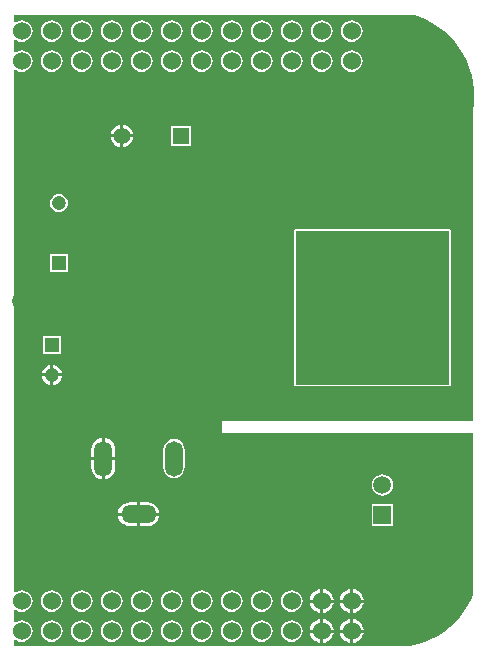
<source format=gbl>
G04*
G04 #@! TF.GenerationSoftware,Altium Limited,Altium Designer,19.1.9 (167)*
G04*
G04 Layer_Physical_Order=2*
G04 Layer_Color=16711680*
%FSLAX43Y43*%
%MOMM*%
G71*
G01*
G75*
%ADD65C,1.524*%
%ADD66R,1.206X1.206*%
%ADD67C,1.206*%
%ADD68C,1.400*%
%ADD69R,1.400X1.400*%
%ADD70O,1.500X3.000*%
%ADD71O,3.000X1.500*%
%ADD72C,1.500*%
%ADD73R,1.500X1.500*%
%ADD74C,1.270*%
%ADD75C,0.900*%
%ADD76C,1.000*%
G36*
X34595Y53919D02*
X34595Y53919D01*
X34900Y53828D01*
X35490Y53591D01*
X36056Y53302D01*
X36595Y52964D01*
X37100Y52578D01*
X37569Y52149D01*
X37998Y51679D01*
X38382Y51172D01*
X38719Y50633D01*
X39007Y50066D01*
X39242Y49475D01*
X39423Y48865D01*
X39549Y48242D01*
X39618Y47610D01*
X39630Y46974D01*
X39584Y46340D01*
X39533Y46026D01*
X39533Y19571D01*
X18298Y19571D01*
X18298Y18682D01*
X18298Y18560D01*
X18298D01*
X18298Y18555D01*
X18422Y18555D01*
X18425Y18555D01*
X18549Y18555D01*
X39533Y18555D01*
Y4842D01*
X39533Y4842D01*
X39421Y4553D01*
X39145Y3998D01*
X38819Y3469D01*
X38448Y2972D01*
X38034Y2510D01*
X37580Y2088D01*
X37090Y1708D01*
X36567Y1373D01*
X36017Y1086D01*
X35443Y851D01*
X34851Y667D01*
X34244Y538D01*
X33936Y501D01*
X648Y501D01*
Y997D01*
X775Y1060D01*
X864Y991D01*
X1086Y900D01*
X1324Y868D01*
X1562Y900D01*
X1784Y991D01*
X1974Y1138D01*
X2121Y1328D01*
X2213Y1550D01*
X2244Y1788D01*
X2213Y2026D01*
X2121Y2248D01*
X1974Y2438D01*
X1784Y2585D01*
X1562Y2677D01*
X1324Y2708D01*
X1086Y2677D01*
X864Y2585D01*
X775Y2516D01*
X648Y2579D01*
Y3537D01*
X775Y3600D01*
X864Y3531D01*
X1086Y3440D01*
X1324Y3408D01*
X1562Y3440D01*
X1784Y3531D01*
X1974Y3678D01*
X2121Y3868D01*
X2213Y4090D01*
X2244Y4328D01*
X2213Y4566D01*
X2121Y4788D01*
X1974Y4978D01*
X1784Y5125D01*
X1562Y5217D01*
X1324Y5248D01*
X1086Y5217D01*
X864Y5125D01*
X775Y5056D01*
X648Y5119D01*
X648Y49257D01*
X775Y49320D01*
X864Y49251D01*
X1086Y49160D01*
X1324Y49128D01*
X1562Y49160D01*
X1784Y49251D01*
X1974Y49398D01*
X2121Y49588D01*
X2213Y49810D01*
X2244Y50048D01*
X2213Y50286D01*
X2121Y50508D01*
X1974Y50698D01*
X1784Y50845D01*
X1562Y50937D01*
X1324Y50968D01*
X1086Y50937D01*
X864Y50845D01*
X775Y50776D01*
X648Y50839D01*
Y51797D01*
X775Y51860D01*
X864Y51791D01*
X1086Y51700D01*
X1324Y51668D01*
X1562Y51700D01*
X1784Y51791D01*
X1974Y51938D01*
X2121Y52128D01*
X2213Y52350D01*
X2244Y52588D01*
X2213Y52826D01*
X2121Y53048D01*
X1974Y53238D01*
X1784Y53385D01*
X1562Y53477D01*
X1324Y53508D01*
X1086Y53477D01*
X864Y53385D01*
X775Y53316D01*
X648Y53379D01*
Y53919D01*
X34595Y53919D01*
X34595Y53919D01*
D02*
G37*
%LPC*%
G36*
X29264Y53508D02*
X29026Y53477D01*
X28804Y53385D01*
X28614Y53238D01*
X28467Y53048D01*
X28375Y52826D01*
X28344Y52588D01*
X28375Y52350D01*
X28467Y52128D01*
X28614Y51938D01*
X28804Y51791D01*
X29026Y51700D01*
X29264Y51668D01*
X29502Y51700D01*
X29724Y51791D01*
X29914Y51938D01*
X30061Y52128D01*
X30153Y52350D01*
X30184Y52588D01*
X30153Y52826D01*
X30061Y53048D01*
X29914Y53238D01*
X29724Y53385D01*
X29502Y53477D01*
X29264Y53508D01*
D02*
G37*
G36*
X26724D02*
X26486Y53477D01*
X26264Y53385D01*
X26074Y53238D01*
X25927Y53048D01*
X25835Y52826D01*
X25804Y52588D01*
X25835Y52350D01*
X25927Y52128D01*
X26074Y51938D01*
X26264Y51791D01*
X26486Y51700D01*
X26724Y51668D01*
X26962Y51700D01*
X27184Y51791D01*
X27374Y51938D01*
X27521Y52128D01*
X27613Y52350D01*
X27644Y52588D01*
X27613Y52826D01*
X27521Y53048D01*
X27374Y53238D01*
X27184Y53385D01*
X26962Y53477D01*
X26724Y53508D01*
D02*
G37*
G36*
X24184D02*
X23946Y53477D01*
X23724Y53385D01*
X23534Y53238D01*
X23387Y53048D01*
X23295Y52826D01*
X23264Y52588D01*
X23295Y52350D01*
X23387Y52128D01*
X23534Y51938D01*
X23724Y51791D01*
X23946Y51700D01*
X24184Y51668D01*
X24422Y51700D01*
X24644Y51791D01*
X24834Y51938D01*
X24981Y52128D01*
X25073Y52350D01*
X25104Y52588D01*
X25073Y52826D01*
X24981Y53048D01*
X24834Y53238D01*
X24644Y53385D01*
X24422Y53477D01*
X24184Y53508D01*
D02*
G37*
G36*
X21644D02*
X21406Y53477D01*
X21184Y53385D01*
X20994Y53238D01*
X20847Y53048D01*
X20755Y52826D01*
X20724Y52588D01*
X20755Y52350D01*
X20847Y52128D01*
X20994Y51938D01*
X21184Y51791D01*
X21406Y51700D01*
X21644Y51668D01*
X21882Y51700D01*
X22104Y51791D01*
X22294Y51938D01*
X22441Y52128D01*
X22533Y52350D01*
X22564Y52588D01*
X22533Y52826D01*
X22441Y53048D01*
X22294Y53238D01*
X22104Y53385D01*
X21882Y53477D01*
X21644Y53508D01*
D02*
G37*
G36*
X19104D02*
X18866Y53477D01*
X18644Y53385D01*
X18454Y53238D01*
X18307Y53048D01*
X18215Y52826D01*
X18184Y52588D01*
X18215Y52350D01*
X18307Y52128D01*
X18454Y51938D01*
X18644Y51791D01*
X18866Y51700D01*
X19104Y51668D01*
X19342Y51700D01*
X19564Y51791D01*
X19754Y51938D01*
X19901Y52128D01*
X19993Y52350D01*
X20024Y52588D01*
X19993Y52826D01*
X19901Y53048D01*
X19754Y53238D01*
X19564Y53385D01*
X19342Y53477D01*
X19104Y53508D01*
D02*
G37*
G36*
X16564D02*
X16326Y53477D01*
X16104Y53385D01*
X15914Y53238D01*
X15767Y53048D01*
X15675Y52826D01*
X15644Y52588D01*
X15675Y52350D01*
X15767Y52128D01*
X15914Y51938D01*
X16104Y51791D01*
X16326Y51700D01*
X16564Y51668D01*
X16802Y51700D01*
X17024Y51791D01*
X17214Y51938D01*
X17361Y52128D01*
X17453Y52350D01*
X17484Y52588D01*
X17453Y52826D01*
X17361Y53048D01*
X17214Y53238D01*
X17024Y53385D01*
X16802Y53477D01*
X16564Y53508D01*
D02*
G37*
G36*
X14024D02*
X13786Y53477D01*
X13564Y53385D01*
X13374Y53238D01*
X13227Y53048D01*
X13135Y52826D01*
X13104Y52588D01*
X13135Y52350D01*
X13227Y52128D01*
X13374Y51938D01*
X13564Y51791D01*
X13786Y51700D01*
X14024Y51668D01*
X14262Y51700D01*
X14484Y51791D01*
X14674Y51938D01*
X14821Y52128D01*
X14913Y52350D01*
X14944Y52588D01*
X14913Y52826D01*
X14821Y53048D01*
X14674Y53238D01*
X14484Y53385D01*
X14262Y53477D01*
X14024Y53508D01*
D02*
G37*
G36*
X11484D02*
X11246Y53477D01*
X11024Y53385D01*
X10834Y53238D01*
X10687Y53048D01*
X10595Y52826D01*
X10564Y52588D01*
X10595Y52350D01*
X10687Y52128D01*
X10834Y51938D01*
X11024Y51791D01*
X11246Y51700D01*
X11484Y51668D01*
X11722Y51700D01*
X11944Y51791D01*
X12134Y51938D01*
X12281Y52128D01*
X12373Y52350D01*
X12404Y52588D01*
X12373Y52826D01*
X12281Y53048D01*
X12134Y53238D01*
X11944Y53385D01*
X11722Y53477D01*
X11484Y53508D01*
D02*
G37*
G36*
X8944D02*
X8706Y53477D01*
X8484Y53385D01*
X8294Y53238D01*
X8147Y53048D01*
X8055Y52826D01*
X8024Y52588D01*
X8055Y52350D01*
X8147Y52128D01*
X8294Y51938D01*
X8484Y51791D01*
X8706Y51700D01*
X8944Y51668D01*
X9182Y51700D01*
X9404Y51791D01*
X9594Y51938D01*
X9741Y52128D01*
X9833Y52350D01*
X9864Y52588D01*
X9833Y52826D01*
X9741Y53048D01*
X9594Y53238D01*
X9404Y53385D01*
X9182Y53477D01*
X8944Y53508D01*
D02*
G37*
G36*
X6404D02*
X6166Y53477D01*
X5944Y53385D01*
X5754Y53238D01*
X5607Y53048D01*
X5515Y52826D01*
X5484Y52588D01*
X5515Y52350D01*
X5607Y52128D01*
X5754Y51938D01*
X5944Y51791D01*
X6166Y51700D01*
X6404Y51668D01*
X6642Y51700D01*
X6864Y51791D01*
X7054Y51938D01*
X7201Y52128D01*
X7293Y52350D01*
X7324Y52588D01*
X7293Y52826D01*
X7201Y53048D01*
X7054Y53238D01*
X6864Y53385D01*
X6642Y53477D01*
X6404Y53508D01*
D02*
G37*
G36*
X3864D02*
X3626Y53477D01*
X3404Y53385D01*
X3214Y53238D01*
X3067Y53048D01*
X2975Y52826D01*
X2944Y52588D01*
X2975Y52350D01*
X3067Y52128D01*
X3214Y51938D01*
X3404Y51791D01*
X3626Y51700D01*
X3864Y51668D01*
X4102Y51700D01*
X4324Y51791D01*
X4514Y51938D01*
X4661Y52128D01*
X4753Y52350D01*
X4784Y52588D01*
X4753Y52826D01*
X4661Y53048D01*
X4514Y53238D01*
X4324Y53385D01*
X4102Y53477D01*
X3864Y53508D01*
D02*
G37*
G36*
X29264Y50968D02*
X29026Y50937D01*
X28804Y50845D01*
X28614Y50698D01*
X28467Y50508D01*
X28375Y50286D01*
X28344Y50048D01*
X28375Y49810D01*
X28467Y49588D01*
X28614Y49398D01*
X28804Y49251D01*
X29026Y49160D01*
X29264Y49128D01*
X29502Y49160D01*
X29724Y49251D01*
X29914Y49398D01*
X30061Y49588D01*
X30153Y49810D01*
X30184Y50048D01*
X30153Y50286D01*
X30061Y50508D01*
X29914Y50698D01*
X29724Y50845D01*
X29502Y50937D01*
X29264Y50968D01*
D02*
G37*
G36*
X26724D02*
X26486Y50937D01*
X26264Y50845D01*
X26074Y50698D01*
X25927Y50508D01*
X25835Y50286D01*
X25804Y50048D01*
X25835Y49810D01*
X25927Y49588D01*
X26074Y49398D01*
X26264Y49251D01*
X26486Y49160D01*
X26724Y49128D01*
X26962Y49160D01*
X27184Y49251D01*
X27374Y49398D01*
X27521Y49588D01*
X27613Y49810D01*
X27644Y50048D01*
X27613Y50286D01*
X27521Y50508D01*
X27374Y50698D01*
X27184Y50845D01*
X26962Y50937D01*
X26724Y50968D01*
D02*
G37*
G36*
X24184D02*
X23946Y50937D01*
X23724Y50845D01*
X23534Y50698D01*
X23387Y50508D01*
X23295Y50286D01*
X23264Y50048D01*
X23295Y49810D01*
X23387Y49588D01*
X23534Y49398D01*
X23724Y49251D01*
X23946Y49160D01*
X24184Y49128D01*
X24422Y49160D01*
X24644Y49251D01*
X24834Y49398D01*
X24981Y49588D01*
X25073Y49810D01*
X25104Y50048D01*
X25073Y50286D01*
X24981Y50508D01*
X24834Y50698D01*
X24644Y50845D01*
X24422Y50937D01*
X24184Y50968D01*
D02*
G37*
G36*
X21644D02*
X21406Y50937D01*
X21184Y50845D01*
X20994Y50698D01*
X20847Y50508D01*
X20755Y50286D01*
X20724Y50048D01*
X20755Y49810D01*
X20847Y49588D01*
X20994Y49398D01*
X21184Y49251D01*
X21406Y49160D01*
X21644Y49128D01*
X21882Y49160D01*
X22104Y49251D01*
X22294Y49398D01*
X22441Y49588D01*
X22533Y49810D01*
X22564Y50048D01*
X22533Y50286D01*
X22441Y50508D01*
X22294Y50698D01*
X22104Y50845D01*
X21882Y50937D01*
X21644Y50968D01*
D02*
G37*
G36*
X19104D02*
X18866Y50937D01*
X18644Y50845D01*
X18454Y50698D01*
X18307Y50508D01*
X18215Y50286D01*
X18184Y50048D01*
X18215Y49810D01*
X18307Y49588D01*
X18454Y49398D01*
X18644Y49251D01*
X18866Y49160D01*
X19104Y49128D01*
X19342Y49160D01*
X19564Y49251D01*
X19754Y49398D01*
X19901Y49588D01*
X19993Y49810D01*
X20024Y50048D01*
X19993Y50286D01*
X19901Y50508D01*
X19754Y50698D01*
X19564Y50845D01*
X19342Y50937D01*
X19104Y50968D01*
D02*
G37*
G36*
X16564D02*
X16326Y50937D01*
X16104Y50845D01*
X15914Y50698D01*
X15767Y50508D01*
X15675Y50286D01*
X15644Y50048D01*
X15675Y49810D01*
X15767Y49588D01*
X15914Y49398D01*
X16104Y49251D01*
X16326Y49160D01*
X16564Y49128D01*
X16802Y49160D01*
X17024Y49251D01*
X17214Y49398D01*
X17361Y49588D01*
X17453Y49810D01*
X17484Y50048D01*
X17453Y50286D01*
X17361Y50508D01*
X17214Y50698D01*
X17024Y50845D01*
X16802Y50937D01*
X16564Y50968D01*
D02*
G37*
G36*
X14024D02*
X13786Y50937D01*
X13564Y50845D01*
X13374Y50698D01*
X13227Y50508D01*
X13135Y50286D01*
X13104Y50048D01*
X13135Y49810D01*
X13227Y49588D01*
X13374Y49398D01*
X13564Y49251D01*
X13786Y49160D01*
X14024Y49128D01*
X14262Y49160D01*
X14484Y49251D01*
X14674Y49398D01*
X14821Y49588D01*
X14913Y49810D01*
X14944Y50048D01*
X14913Y50286D01*
X14821Y50508D01*
X14674Y50698D01*
X14484Y50845D01*
X14262Y50937D01*
X14024Y50968D01*
D02*
G37*
G36*
X11484D02*
X11246Y50937D01*
X11024Y50845D01*
X10834Y50698D01*
X10687Y50508D01*
X10595Y50286D01*
X10564Y50048D01*
X10595Y49810D01*
X10687Y49588D01*
X10834Y49398D01*
X11024Y49251D01*
X11246Y49160D01*
X11484Y49128D01*
X11722Y49160D01*
X11944Y49251D01*
X12134Y49398D01*
X12281Y49588D01*
X12373Y49810D01*
X12404Y50048D01*
X12373Y50286D01*
X12281Y50508D01*
X12134Y50698D01*
X11944Y50845D01*
X11722Y50937D01*
X11484Y50968D01*
D02*
G37*
G36*
X8944D02*
X8706Y50937D01*
X8484Y50845D01*
X8294Y50698D01*
X8147Y50508D01*
X8055Y50286D01*
X8024Y50048D01*
X8055Y49810D01*
X8147Y49588D01*
X8294Y49398D01*
X8484Y49251D01*
X8706Y49160D01*
X8944Y49128D01*
X9182Y49160D01*
X9404Y49251D01*
X9594Y49398D01*
X9741Y49588D01*
X9833Y49810D01*
X9864Y50048D01*
X9833Y50286D01*
X9741Y50508D01*
X9594Y50698D01*
X9404Y50845D01*
X9182Y50937D01*
X8944Y50968D01*
D02*
G37*
G36*
X6404D02*
X6166Y50937D01*
X5944Y50845D01*
X5754Y50698D01*
X5607Y50508D01*
X5515Y50286D01*
X5484Y50048D01*
X5515Y49810D01*
X5607Y49588D01*
X5754Y49398D01*
X5944Y49251D01*
X6166Y49160D01*
X6404Y49128D01*
X6642Y49160D01*
X6864Y49251D01*
X7054Y49398D01*
X7201Y49588D01*
X7293Y49810D01*
X7324Y50048D01*
X7293Y50286D01*
X7201Y50508D01*
X7054Y50698D01*
X6864Y50845D01*
X6642Y50937D01*
X6404Y50968D01*
D02*
G37*
G36*
X3864D02*
X3626Y50937D01*
X3404Y50845D01*
X3214Y50698D01*
X3067Y50508D01*
X2975Y50286D01*
X2944Y50048D01*
X2975Y49810D01*
X3067Y49588D01*
X3214Y49398D01*
X3404Y49251D01*
X3626Y49160D01*
X3864Y49128D01*
X4102Y49160D01*
X4324Y49251D01*
X4514Y49398D01*
X4661Y49588D01*
X4753Y49810D01*
X4784Y50048D01*
X4753Y50286D01*
X4661Y50508D01*
X4514Y50698D01*
X4324Y50845D01*
X4102Y50937D01*
X3864Y50968D01*
D02*
G37*
G36*
X9927Y44667D02*
Y43848D01*
X10746D01*
X10730Y43970D01*
X10634Y44202D01*
X10481Y44402D01*
X10281Y44554D01*
X10049Y44651D01*
X9927Y44667D01*
D02*
G37*
G36*
X9673Y44667D02*
X9551Y44651D01*
X9319Y44554D01*
X9120Y44402D01*
X8967Y44202D01*
X8871Y43970D01*
X8855Y43848D01*
X9673D01*
Y44667D01*
D02*
G37*
G36*
X15650Y44571D02*
X13950D01*
Y42871D01*
X15650D01*
Y44571D01*
D02*
G37*
G36*
X9673Y43594D02*
X8855D01*
X8871Y43472D01*
X8967Y43240D01*
X9120Y43041D01*
X9319Y42888D01*
X9551Y42792D01*
X9673Y42776D01*
Y43594D01*
D02*
G37*
G36*
X10746D02*
X9927D01*
Y42776D01*
X10049Y42792D01*
X10281Y42888D01*
X10481Y43041D01*
X10634Y43240D01*
X10730Y43472D01*
X10746Y43594D01*
D02*
G37*
G36*
X4481Y38782D02*
X4284Y38756D01*
X4101Y38680D01*
X3944Y38560D01*
X3823Y38402D01*
X3747Y38219D01*
X3721Y38023D01*
X3747Y37826D01*
X3823Y37643D01*
X3944Y37486D01*
X4101Y37365D01*
X4284Y37289D01*
X4481Y37263D01*
X4677Y37289D01*
X4861Y37365D01*
X5018Y37486D01*
X5139Y37643D01*
X5214Y37826D01*
X5240Y38023D01*
X5214Y38219D01*
X5139Y38402D01*
X5018Y38560D01*
X4861Y38680D01*
X4677Y38756D01*
X4481Y38782D01*
D02*
G37*
G36*
X5234Y33696D02*
X3728D01*
Y32190D01*
X5234D01*
Y33696D01*
D02*
G37*
G36*
X4629Y26740D02*
X3123D01*
Y25234D01*
X4629D01*
Y26740D01*
D02*
G37*
G36*
X4003Y24335D02*
Y23614D01*
X4723D01*
X4711Y23711D01*
X4624Y23919D01*
X4487Y24098D01*
X4308Y24236D01*
X4099Y24322D01*
X4003Y24335D01*
D02*
G37*
G36*
X3749D02*
X3652Y24322D01*
X3444Y24236D01*
X3264Y24098D01*
X3127Y23919D01*
X3041Y23711D01*
X3028Y23614D01*
X3749D01*
Y24335D01*
D02*
G37*
G36*
X4723Y23360D02*
X4003D01*
Y22639D01*
X4099Y22652D01*
X4308Y22738D01*
X4487Y22876D01*
X4624Y23055D01*
X4711Y23263D01*
X4723Y23360D01*
D02*
G37*
G36*
X3749D02*
X3028D01*
X3041Y23263D01*
X3127Y23055D01*
X3264Y22876D01*
X3444Y22738D01*
X3652Y22652D01*
X3749Y22639D01*
Y23360D01*
D02*
G37*
G36*
X37533Y35817D02*
X24533D01*
X24418Y35769D01*
X24418Y35769D01*
X24370Y35654D01*
X24370Y22654D01*
X24417Y22542D01*
X24418Y22539D01*
X24533Y22492D01*
X24533Y22492D01*
X37533D01*
X37648Y22539D01*
X37695Y22654D01*
Y35654D01*
X37648Y35769D01*
X37533Y35817D01*
D02*
G37*
G36*
X8359Y18130D02*
Y16511D01*
X9244D01*
Y17134D01*
X9210Y17397D01*
X9109Y17641D01*
X8948Y17851D01*
X8738Y18011D01*
X8494Y18113D01*
X8359Y18130D01*
D02*
G37*
G36*
X8105Y18130D02*
X7969Y18113D01*
X7725Y18011D01*
X7515Y17851D01*
X7355Y17641D01*
X7253Y17397D01*
X7219Y17134D01*
Y16511D01*
X8105D01*
Y18130D01*
D02*
G37*
G36*
X14231Y18042D02*
X13997Y18011D01*
X13778Y17921D01*
X13590Y17776D01*
X13445Y17588D01*
X13355Y17369D01*
X13324Y17134D01*
Y15634D01*
X13355Y15399D01*
X13445Y15181D01*
X13590Y14993D01*
X13778Y14848D01*
X13997Y14758D01*
X14231Y14727D01*
X14466Y14758D01*
X14685Y14848D01*
X14873Y14993D01*
X15018Y15181D01*
X15108Y15399D01*
X15139Y15634D01*
Y17134D01*
X15108Y17369D01*
X15018Y17588D01*
X14873Y17776D01*
X14685Y17921D01*
X14466Y18011D01*
X14231Y18042D01*
D02*
G37*
G36*
X9244Y16257D02*
X8359D01*
Y14639D01*
X8494Y14656D01*
X8738Y14757D01*
X8948Y14918D01*
X9109Y15128D01*
X9210Y15372D01*
X9244Y15634D01*
Y16257D01*
D02*
G37*
G36*
X8105D02*
X7219D01*
Y15634D01*
X7253Y15372D01*
X7355Y15128D01*
X7515Y14918D01*
X7725Y14757D01*
X7969Y14656D01*
X8105Y14639D01*
Y16257D01*
D02*
G37*
G36*
X31873Y15057D02*
X31638Y15026D01*
X31419Y14935D01*
X31231Y14791D01*
X31087Y14603D01*
X30996Y14384D01*
X30965Y14149D01*
X30996Y13914D01*
X31087Y13695D01*
X31231Y13507D01*
X31419Y13363D01*
X31638Y13272D01*
X31873Y13241D01*
X32108Y13272D01*
X32327Y13363D01*
X32515Y13507D01*
X32659Y13695D01*
X32750Y13914D01*
X32781Y14149D01*
X32750Y14384D01*
X32659Y14603D01*
X32515Y14791D01*
X32327Y14935D01*
X32108Y15026D01*
X31873Y15057D01*
D02*
G37*
G36*
X11982Y12697D02*
X11359D01*
Y11811D01*
X12977D01*
X12960Y11947D01*
X12858Y12191D01*
X12698Y12400D01*
X12488Y12561D01*
X12244Y12663D01*
X11982Y12697D01*
D02*
G37*
G36*
X11105D02*
X10482D01*
X10219Y12663D01*
X9975Y12561D01*
X9765Y12400D01*
X9605Y12191D01*
X9503Y11947D01*
X9486Y11811D01*
X11105D01*
Y12697D01*
D02*
G37*
G36*
X32773Y12509D02*
X30973D01*
Y10709D01*
X32773D01*
Y12509D01*
D02*
G37*
G36*
X12977Y11557D02*
X11359D01*
Y10672D01*
X11982D01*
X12244Y10706D01*
X12488Y10807D01*
X12698Y10968D01*
X12858Y11178D01*
X12960Y11422D01*
X12977Y11557D01*
D02*
G37*
G36*
X11105D02*
X9486D01*
X9503Y11422D01*
X9605Y11178D01*
X9765Y10968D01*
X9975Y10807D01*
X10219Y10706D01*
X10482Y10672D01*
X11105D01*
Y11557D01*
D02*
G37*
G36*
X29391Y5336D02*
Y4455D01*
X30272D01*
X30254Y4593D01*
X30151Y4840D01*
X29989Y5053D01*
X29776Y5215D01*
X29529Y5318D01*
X29391Y5336D01*
D02*
G37*
G36*
X29137D02*
X28999Y5318D01*
X28752Y5215D01*
X28539Y5053D01*
X28377Y4840D01*
X28274Y4593D01*
X28256Y4455D01*
X29137D01*
Y5336D01*
D02*
G37*
G36*
X26851D02*
Y4455D01*
X27732D01*
X27714Y4593D01*
X27611Y4840D01*
X27449Y5053D01*
X27236Y5215D01*
X26989Y5318D01*
X26851Y5336D01*
D02*
G37*
G36*
X26597D02*
X26459Y5318D01*
X26212Y5215D01*
X25999Y5053D01*
X25837Y4840D01*
X25734Y4593D01*
X25716Y4455D01*
X26597D01*
Y5336D01*
D02*
G37*
G36*
X24184Y5248D02*
X23946Y5217D01*
X23724Y5125D01*
X23534Y4978D01*
X23387Y4788D01*
X23295Y4566D01*
X23264Y4328D01*
X23295Y4090D01*
X23387Y3868D01*
X23534Y3678D01*
X23724Y3531D01*
X23946Y3440D01*
X24184Y3408D01*
X24422Y3440D01*
X24644Y3531D01*
X24834Y3678D01*
X24981Y3868D01*
X25073Y4090D01*
X25104Y4328D01*
X25073Y4566D01*
X24981Y4788D01*
X24834Y4978D01*
X24644Y5125D01*
X24422Y5217D01*
X24184Y5248D01*
D02*
G37*
G36*
X21644D02*
X21406Y5217D01*
X21184Y5125D01*
X20994Y4978D01*
X20847Y4788D01*
X20755Y4566D01*
X20724Y4328D01*
X20755Y4090D01*
X20847Y3868D01*
X20994Y3678D01*
X21184Y3531D01*
X21406Y3440D01*
X21644Y3408D01*
X21882Y3440D01*
X22104Y3531D01*
X22294Y3678D01*
X22441Y3868D01*
X22533Y4090D01*
X22564Y4328D01*
X22533Y4566D01*
X22441Y4788D01*
X22294Y4978D01*
X22104Y5125D01*
X21882Y5217D01*
X21644Y5248D01*
D02*
G37*
G36*
X19104D02*
X18866Y5217D01*
X18644Y5125D01*
X18454Y4978D01*
X18307Y4788D01*
X18215Y4566D01*
X18184Y4328D01*
X18215Y4090D01*
X18307Y3868D01*
X18454Y3678D01*
X18644Y3531D01*
X18866Y3440D01*
X19104Y3408D01*
X19342Y3440D01*
X19564Y3531D01*
X19754Y3678D01*
X19901Y3868D01*
X19993Y4090D01*
X20024Y4328D01*
X19993Y4566D01*
X19901Y4788D01*
X19754Y4978D01*
X19564Y5125D01*
X19342Y5217D01*
X19104Y5248D01*
D02*
G37*
G36*
X16564D02*
X16326Y5217D01*
X16104Y5125D01*
X15914Y4978D01*
X15767Y4788D01*
X15675Y4566D01*
X15644Y4328D01*
X15675Y4090D01*
X15767Y3868D01*
X15914Y3678D01*
X16104Y3531D01*
X16326Y3440D01*
X16564Y3408D01*
X16802Y3440D01*
X17024Y3531D01*
X17214Y3678D01*
X17361Y3868D01*
X17453Y4090D01*
X17484Y4328D01*
X17453Y4566D01*
X17361Y4788D01*
X17214Y4978D01*
X17024Y5125D01*
X16802Y5217D01*
X16564Y5248D01*
D02*
G37*
G36*
X14024D02*
X13786Y5217D01*
X13564Y5125D01*
X13374Y4978D01*
X13227Y4788D01*
X13135Y4566D01*
X13104Y4328D01*
X13135Y4090D01*
X13227Y3868D01*
X13374Y3678D01*
X13564Y3531D01*
X13786Y3440D01*
X14024Y3408D01*
X14262Y3440D01*
X14484Y3531D01*
X14674Y3678D01*
X14821Y3868D01*
X14913Y4090D01*
X14944Y4328D01*
X14913Y4566D01*
X14821Y4788D01*
X14674Y4978D01*
X14484Y5125D01*
X14262Y5217D01*
X14024Y5248D01*
D02*
G37*
G36*
X11484D02*
X11246Y5217D01*
X11024Y5125D01*
X10834Y4978D01*
X10687Y4788D01*
X10595Y4566D01*
X10564Y4328D01*
X10595Y4090D01*
X10687Y3868D01*
X10834Y3678D01*
X11024Y3531D01*
X11246Y3440D01*
X11484Y3408D01*
X11722Y3440D01*
X11944Y3531D01*
X12134Y3678D01*
X12281Y3868D01*
X12373Y4090D01*
X12404Y4328D01*
X12373Y4566D01*
X12281Y4788D01*
X12134Y4978D01*
X11944Y5125D01*
X11722Y5217D01*
X11484Y5248D01*
D02*
G37*
G36*
X8944D02*
X8706Y5217D01*
X8484Y5125D01*
X8294Y4978D01*
X8147Y4788D01*
X8055Y4566D01*
X8024Y4328D01*
X8055Y4090D01*
X8147Y3868D01*
X8294Y3678D01*
X8484Y3531D01*
X8706Y3440D01*
X8944Y3408D01*
X9182Y3440D01*
X9404Y3531D01*
X9594Y3678D01*
X9741Y3868D01*
X9833Y4090D01*
X9864Y4328D01*
X9833Y4566D01*
X9741Y4788D01*
X9594Y4978D01*
X9404Y5125D01*
X9182Y5217D01*
X8944Y5248D01*
D02*
G37*
G36*
X6404D02*
X6166Y5217D01*
X5944Y5125D01*
X5754Y4978D01*
X5607Y4788D01*
X5515Y4566D01*
X5484Y4328D01*
X5515Y4090D01*
X5607Y3868D01*
X5754Y3678D01*
X5944Y3531D01*
X6166Y3440D01*
X6404Y3408D01*
X6642Y3440D01*
X6864Y3531D01*
X7054Y3678D01*
X7201Y3868D01*
X7293Y4090D01*
X7324Y4328D01*
X7293Y4566D01*
X7201Y4788D01*
X7054Y4978D01*
X6864Y5125D01*
X6642Y5217D01*
X6404Y5248D01*
D02*
G37*
G36*
X3864D02*
X3626Y5217D01*
X3404Y5125D01*
X3214Y4978D01*
X3067Y4788D01*
X2975Y4566D01*
X2944Y4328D01*
X2975Y4090D01*
X3067Y3868D01*
X3214Y3678D01*
X3404Y3531D01*
X3626Y3440D01*
X3864Y3408D01*
X4102Y3440D01*
X4324Y3531D01*
X4514Y3678D01*
X4661Y3868D01*
X4753Y4090D01*
X4784Y4328D01*
X4753Y4566D01*
X4661Y4788D01*
X4514Y4978D01*
X4324Y5125D01*
X4102Y5217D01*
X3864Y5248D01*
D02*
G37*
G36*
X30272Y4201D02*
X29391D01*
Y3320D01*
X29529Y3338D01*
X29776Y3441D01*
X29989Y3603D01*
X30151Y3816D01*
X30254Y4063D01*
X30272Y4201D01*
D02*
G37*
G36*
X29137D02*
X28256D01*
X28274Y4063D01*
X28377Y3816D01*
X28539Y3603D01*
X28752Y3441D01*
X28999Y3338D01*
X29137Y3320D01*
Y4201D01*
D02*
G37*
G36*
X27732D02*
X26851D01*
Y3320D01*
X26989Y3338D01*
X27236Y3441D01*
X27449Y3603D01*
X27611Y3816D01*
X27714Y4063D01*
X27732Y4201D01*
D02*
G37*
G36*
X26597D02*
X25716D01*
X25734Y4063D01*
X25837Y3816D01*
X25999Y3603D01*
X26212Y3441D01*
X26459Y3338D01*
X26597Y3320D01*
Y4201D01*
D02*
G37*
G36*
X29391Y2796D02*
Y1915D01*
X30272D01*
X30254Y2053D01*
X30151Y2300D01*
X29989Y2513D01*
X29776Y2675D01*
X29529Y2778D01*
X29391Y2796D01*
D02*
G37*
G36*
X29137D02*
X28999Y2778D01*
X28752Y2675D01*
X28539Y2513D01*
X28377Y2300D01*
X28274Y2053D01*
X28256Y1915D01*
X29137D01*
Y2796D01*
D02*
G37*
G36*
X26851D02*
Y1915D01*
X27732D01*
X27714Y2053D01*
X27611Y2300D01*
X27449Y2513D01*
X27236Y2675D01*
X26989Y2778D01*
X26851Y2796D01*
D02*
G37*
G36*
X26597D02*
X26459Y2778D01*
X26212Y2675D01*
X25999Y2513D01*
X25837Y2300D01*
X25734Y2053D01*
X25716Y1915D01*
X26597D01*
Y2796D01*
D02*
G37*
G36*
X24184Y2708D02*
X23946Y2677D01*
X23724Y2585D01*
X23534Y2438D01*
X23387Y2248D01*
X23295Y2026D01*
X23264Y1788D01*
X23295Y1550D01*
X23387Y1328D01*
X23534Y1138D01*
X23724Y991D01*
X23946Y900D01*
X24184Y868D01*
X24422Y900D01*
X24644Y991D01*
X24834Y1138D01*
X24981Y1328D01*
X25073Y1550D01*
X25104Y1788D01*
X25073Y2026D01*
X24981Y2248D01*
X24834Y2438D01*
X24644Y2585D01*
X24422Y2677D01*
X24184Y2708D01*
D02*
G37*
G36*
X21644D02*
X21406Y2677D01*
X21184Y2585D01*
X20994Y2438D01*
X20847Y2248D01*
X20755Y2026D01*
X20724Y1788D01*
X20755Y1550D01*
X20847Y1328D01*
X20994Y1138D01*
X21184Y991D01*
X21406Y900D01*
X21644Y868D01*
X21882Y900D01*
X22104Y991D01*
X22294Y1138D01*
X22441Y1328D01*
X22533Y1550D01*
X22564Y1788D01*
X22533Y2026D01*
X22441Y2248D01*
X22294Y2438D01*
X22104Y2585D01*
X21882Y2677D01*
X21644Y2708D01*
D02*
G37*
G36*
X19104D02*
X18866Y2677D01*
X18644Y2585D01*
X18454Y2438D01*
X18307Y2248D01*
X18215Y2026D01*
X18184Y1788D01*
X18215Y1550D01*
X18307Y1328D01*
X18454Y1138D01*
X18644Y991D01*
X18866Y900D01*
X19104Y868D01*
X19342Y900D01*
X19564Y991D01*
X19754Y1138D01*
X19901Y1328D01*
X19993Y1550D01*
X20024Y1788D01*
X19993Y2026D01*
X19901Y2248D01*
X19754Y2438D01*
X19564Y2585D01*
X19342Y2677D01*
X19104Y2708D01*
D02*
G37*
G36*
X16564D02*
X16326Y2677D01*
X16104Y2585D01*
X15914Y2438D01*
X15767Y2248D01*
X15675Y2026D01*
X15644Y1788D01*
X15675Y1550D01*
X15767Y1328D01*
X15914Y1138D01*
X16104Y991D01*
X16326Y900D01*
X16564Y868D01*
X16802Y900D01*
X17024Y991D01*
X17214Y1138D01*
X17361Y1328D01*
X17453Y1550D01*
X17484Y1788D01*
X17453Y2026D01*
X17361Y2248D01*
X17214Y2438D01*
X17024Y2585D01*
X16802Y2677D01*
X16564Y2708D01*
D02*
G37*
G36*
X14024D02*
X13786Y2677D01*
X13564Y2585D01*
X13374Y2438D01*
X13227Y2248D01*
X13135Y2026D01*
X13104Y1788D01*
X13135Y1550D01*
X13227Y1328D01*
X13374Y1138D01*
X13564Y991D01*
X13786Y900D01*
X14024Y868D01*
X14262Y900D01*
X14484Y991D01*
X14674Y1138D01*
X14821Y1328D01*
X14913Y1550D01*
X14944Y1788D01*
X14913Y2026D01*
X14821Y2248D01*
X14674Y2438D01*
X14484Y2585D01*
X14262Y2677D01*
X14024Y2708D01*
D02*
G37*
G36*
X11484D02*
X11246Y2677D01*
X11024Y2585D01*
X10834Y2438D01*
X10687Y2248D01*
X10595Y2026D01*
X10564Y1788D01*
X10595Y1550D01*
X10687Y1328D01*
X10834Y1138D01*
X11024Y991D01*
X11246Y900D01*
X11484Y868D01*
X11722Y900D01*
X11944Y991D01*
X12134Y1138D01*
X12281Y1328D01*
X12373Y1550D01*
X12404Y1788D01*
X12373Y2026D01*
X12281Y2248D01*
X12134Y2438D01*
X11944Y2585D01*
X11722Y2677D01*
X11484Y2708D01*
D02*
G37*
G36*
X8944D02*
X8706Y2677D01*
X8484Y2585D01*
X8294Y2438D01*
X8147Y2248D01*
X8055Y2026D01*
X8024Y1788D01*
X8055Y1550D01*
X8147Y1328D01*
X8294Y1138D01*
X8484Y991D01*
X8706Y900D01*
X8944Y868D01*
X9182Y900D01*
X9404Y991D01*
X9594Y1138D01*
X9741Y1328D01*
X9833Y1550D01*
X9864Y1788D01*
X9833Y2026D01*
X9741Y2248D01*
X9594Y2438D01*
X9404Y2585D01*
X9182Y2677D01*
X8944Y2708D01*
D02*
G37*
G36*
X6404D02*
X6166Y2677D01*
X5944Y2585D01*
X5754Y2438D01*
X5607Y2248D01*
X5515Y2026D01*
X5484Y1788D01*
X5515Y1550D01*
X5607Y1328D01*
X5754Y1138D01*
X5944Y991D01*
X6166Y900D01*
X6404Y868D01*
X6642Y900D01*
X6864Y991D01*
X7054Y1138D01*
X7201Y1328D01*
X7293Y1550D01*
X7324Y1788D01*
X7293Y2026D01*
X7201Y2248D01*
X7054Y2438D01*
X6864Y2585D01*
X6642Y2677D01*
X6404Y2708D01*
D02*
G37*
G36*
X3864D02*
X3626Y2677D01*
X3404Y2585D01*
X3214Y2438D01*
X3067Y2248D01*
X2975Y2026D01*
X2944Y1788D01*
X2975Y1550D01*
X3067Y1328D01*
X3214Y1138D01*
X3404Y991D01*
X3626Y900D01*
X3864Y868D01*
X4102Y900D01*
X4324Y991D01*
X4514Y1138D01*
X4661Y1328D01*
X4753Y1550D01*
X4784Y1788D01*
X4753Y2026D01*
X4661Y2248D01*
X4514Y2438D01*
X4324Y2585D01*
X4102Y2677D01*
X3864Y2708D01*
D02*
G37*
G36*
X30272Y1661D02*
X29391D01*
Y780D01*
X29529Y798D01*
X29776Y901D01*
X29989Y1063D01*
X30151Y1276D01*
X30254Y1523D01*
X30272Y1661D01*
D02*
G37*
G36*
X29137D02*
X28256D01*
X28274Y1523D01*
X28377Y1276D01*
X28539Y1063D01*
X28752Y901D01*
X28999Y798D01*
X29137Y780D01*
Y1661D01*
D02*
G37*
G36*
X27732D02*
X26851D01*
Y780D01*
X26989Y798D01*
X27236Y901D01*
X27449Y1063D01*
X27611Y1276D01*
X27714Y1523D01*
X27732Y1661D01*
D02*
G37*
G36*
X26597D02*
X25716D01*
X25734Y1523D01*
X25837Y1276D01*
X25999Y1063D01*
X26212Y901D01*
X26459Y798D01*
X26597Y780D01*
Y1661D01*
D02*
G37*
%LPD*%
G36*
X37533Y22654D02*
X24533D01*
X24533Y35654D01*
X37533D01*
Y22654D01*
D02*
G37*
D65*
X3864Y4328D02*
D03*
X29264D02*
D03*
X26724D02*
D03*
X24184D02*
D03*
X21644D02*
D03*
X19104D02*
D03*
X16564D02*
D03*
X14024D02*
D03*
X11484D02*
D03*
X8944D02*
D03*
X6404D02*
D03*
X1324D02*
D03*
X29264Y1788D02*
D03*
X26724D02*
D03*
X24184D02*
D03*
X21644D02*
D03*
X19104D02*
D03*
X16564D02*
D03*
X14024D02*
D03*
X11484D02*
D03*
X8944D02*
D03*
X6404D02*
D03*
X3864D02*
D03*
X1324D02*
D03*
X29264Y52588D02*
D03*
X26724D02*
D03*
X24184D02*
D03*
X21644D02*
D03*
X19104D02*
D03*
X16564D02*
D03*
X14024D02*
D03*
X11484D02*
D03*
X8944D02*
D03*
X6404D02*
D03*
X3864D02*
D03*
X1324D02*
D03*
X29264Y50048D02*
D03*
X26724D02*
D03*
X24184D02*
D03*
X21644D02*
D03*
X19104D02*
D03*
X16564D02*
D03*
X14024D02*
D03*
X11484D02*
D03*
X8944D02*
D03*
X6404D02*
D03*
X3864D02*
D03*
X1324D02*
D03*
D66*
X3876Y25987D02*
D03*
X4481Y32943D02*
D03*
D67*
X3876Y23487D02*
D03*
X4481Y38023D02*
D03*
D68*
X9800Y43721D02*
D03*
D69*
X14800D02*
D03*
D70*
X8232Y16384D02*
D03*
X14231D02*
D03*
D71*
X11232Y11684D02*
D03*
D72*
X31873Y14149D02*
D03*
D73*
Y11609D02*
D03*
D74*
X2983Y10783D02*
D03*
X22758Y47130D02*
D03*
X30838Y48581D02*
D03*
X35995Y47973D02*
D03*
X31210Y43463D02*
D03*
X21738Y42149D02*
D03*
X17013Y39175D02*
D03*
X1106Y29735D02*
D03*
X20572Y31594D02*
D03*
X13550Y26732D02*
D03*
X17642Y12729D02*
D03*
X20351Y6187D02*
D03*
X24745Y6469D02*
D03*
X27059Y11627D02*
D03*
X29563Y15618D02*
D03*
X32864Y7245D02*
D03*
D75*
X30499Y13102D02*
D03*
D76*
X31244Y27910D02*
D03*
X31239Y29064D02*
D03*
Y30209D02*
D03*
M02*

</source>
